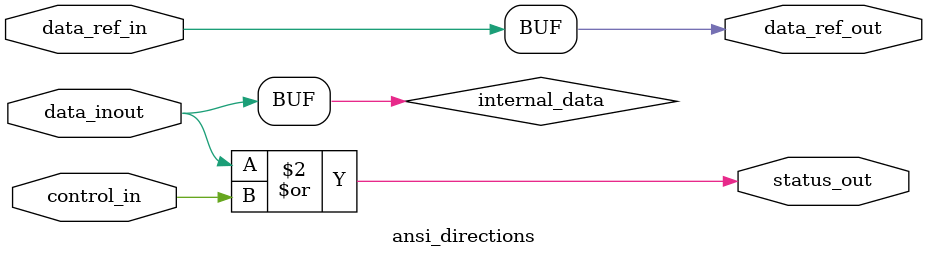
<source format=sv>
module ansi_directions (
    input logic control_in,
    input logic data_ref_in,
    output logic data_ref_out,
    output logic status_out,
    inout wire data_inout
);
    logic internal_data = 1'b0;
    assign data_inout = internal_data;
    always_comb begin
        data_ref_out = data_ref_in;
        internal_data = data_inout;
        status_out = internal_data | control_in;
    end
endmodule


</source>
